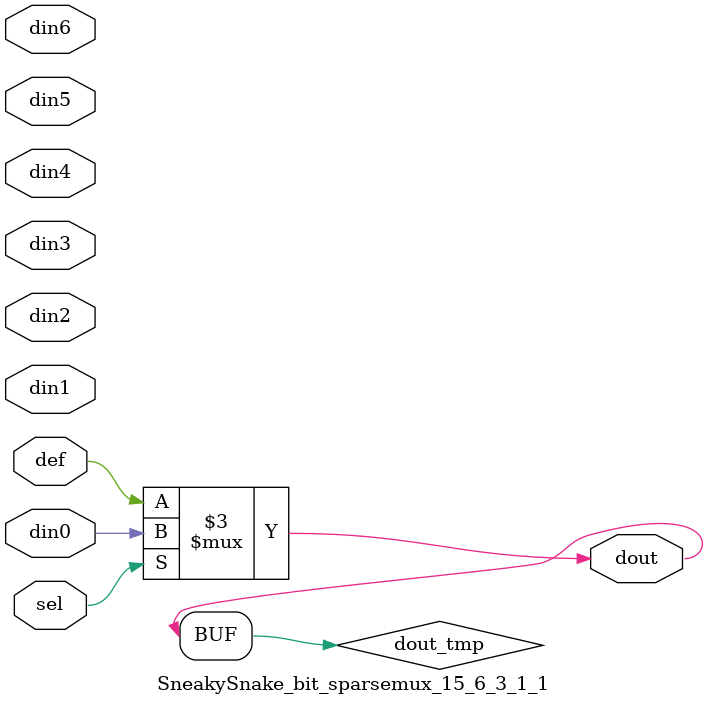
<source format=v>
`timescale 1ns / 1ps

module SneakySnake_bit_sparsemux_15_6_3_1_1 (din0,din1,din2,din3,din4,din5,din6,def,sel,dout);

parameter din0_WIDTH = 1;

parameter din1_WIDTH = 1;

parameter din2_WIDTH = 1;

parameter din3_WIDTH = 1;

parameter din4_WIDTH = 1;

parameter din5_WIDTH = 1;

parameter din6_WIDTH = 1;

parameter def_WIDTH = 1;
parameter sel_WIDTH = 1;
parameter dout_WIDTH = 1;

parameter [sel_WIDTH-1:0] CASE0 = 1;

parameter [sel_WIDTH-1:0] CASE1 = 1;

parameter [sel_WIDTH-1:0] CASE2 = 1;

parameter [sel_WIDTH-1:0] CASE3 = 1;

parameter [sel_WIDTH-1:0] CASE4 = 1;

parameter [sel_WIDTH-1:0] CASE5 = 1;

parameter [sel_WIDTH-1:0] CASE6 = 1;

parameter ID = 1;
parameter NUM_STAGE = 1;



input [din0_WIDTH-1:0] din0;

input [din1_WIDTH-1:0] din1;

input [din2_WIDTH-1:0] din2;

input [din3_WIDTH-1:0] din3;

input [din4_WIDTH-1:0] din4;

input [din5_WIDTH-1:0] din5;

input [din6_WIDTH-1:0] din6;

input [def_WIDTH-1:0] def;
input [sel_WIDTH-1:0] sel;

output [dout_WIDTH-1:0] dout;



reg [dout_WIDTH-1:0] dout_tmp;


always @ (*) begin
(* parallel_case *) case (sel)
    
    CASE0 : dout_tmp = din0;
    
    CASE1 : dout_tmp = din1;
    
    CASE2 : dout_tmp = din2;
    
    CASE3 : dout_tmp = din3;
    
    CASE4 : dout_tmp = din4;
    
    CASE5 : dout_tmp = din5;
    
    CASE6 : dout_tmp = din6;
    
    default : dout_tmp = def;
endcase
end


assign dout = dout_tmp;



endmodule

</source>
